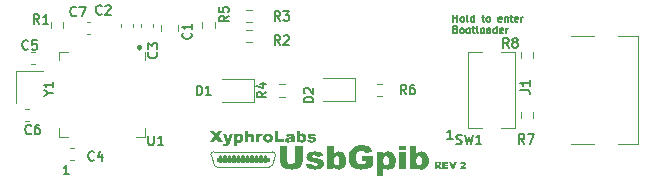
<source format=gbr>
%TF.GenerationSoftware,KiCad,Pcbnew,8.0.4*%
%TF.CreationDate,2024-08-03T15:01:38-07:00*%
%TF.ProjectId,xyp-gpib,7879702d-6770-4696-922e-6b696361645f,2*%
%TF.SameCoordinates,Original*%
%TF.FileFunction,Legend,Top*%
%TF.FilePolarity,Positive*%
%FSLAX46Y46*%
G04 Gerber Fmt 4.6, Leading zero omitted, Abs format (unit mm)*
G04 Created by KiCad (PCBNEW 8.0.4) date 2024-08-03 15:01:38*
%MOMM*%
%LPD*%
G01*
G04 APERTURE LIST*
%ADD10C,0.150000*%
%ADD11C,0.120000*%
%ADD12C,0.200000*%
%ADD13C,0.250000*%
G04 APERTURE END LIST*
D10*
X200339988Y-88190605D02*
X200466988Y-88190605D01*
X200466988Y-88698605D01*
X200339988Y-88698605D01*
X200339988Y-88190605D01*
X200720988Y-88190605D02*
X200847988Y-88190605D01*
X200847988Y-88698605D01*
X200720988Y-88698605D01*
X200720988Y-88190605D01*
D11*
X198561988Y-89079605D02*
X203006988Y-89079605D01*
X198561988Y-89079605D02*
G75*
G02*
X198334810Y-88939193I12J254005D01*
G01*
D10*
X201863988Y-88190605D02*
X201990988Y-88190605D01*
X201990988Y-88698605D01*
X201863988Y-88698605D01*
X201863988Y-88190605D01*
D11*
X198561988Y-88317605D02*
X203006988Y-88317605D01*
X203006988Y-88571605D01*
X198561988Y-88571605D01*
X198561988Y-88317605D01*
G36*
X198561988Y-88317605D02*
G01*
X203006988Y-88317605D01*
X203006988Y-88571605D01*
X198561988Y-88571605D01*
X198561988Y-88317605D01*
G37*
X203274395Y-87809605D02*
G75*
G02*
X203528395Y-88063605I5J-253995D01*
G01*
D10*
X199196988Y-88190605D02*
X199323988Y-88190605D01*
X199323988Y-88698605D01*
X199196988Y-88698605D01*
X199196988Y-88190605D01*
X201101988Y-88190605D02*
X201228988Y-88190605D01*
X201228988Y-88698605D01*
X201101988Y-88698605D01*
X201101988Y-88190605D01*
X201482988Y-88190605D02*
X201609988Y-88190605D01*
X201609988Y-88698605D01*
X201482988Y-88698605D01*
X201482988Y-88190605D01*
D12*
X192024001Y-78867000D02*
X192024001Y-78867000D01*
X192024001Y-78867000D01*
X192024001Y-78867000D01*
X192024001Y-78867000D01*
X192024001Y-78867000D01*
X192024001Y-78867001D01*
X192024001Y-78867001D01*
X192024001Y-78867001D01*
X192024001Y-78867001D01*
X192024001Y-78867001D01*
X192024001Y-78867001D01*
X192024001Y-78867001D01*
X192024000Y-78867001D01*
X192024000Y-78867001D01*
X192024000Y-78867001D01*
X192024000Y-78867001D01*
X192024000Y-78867001D01*
X192024000Y-78867001D01*
X192024000Y-78867001D01*
X192024000Y-78867001D01*
X192024000Y-78867001D01*
X192024000Y-78867001D01*
X192024000Y-78867001D01*
X192024000Y-78867001D01*
X192023999Y-78867001D01*
X192023999Y-78867001D01*
X192023999Y-78867001D01*
X192023999Y-78867001D01*
X192023999Y-78867001D01*
X192023999Y-78867001D01*
X192023999Y-78867000D01*
X192023999Y-78867000D01*
X192023999Y-78867000D01*
X192023999Y-78867000D01*
X192023999Y-78867000D01*
X192023999Y-78867000D01*
X192023999Y-78867000D02*
X192023999Y-78867000D01*
X192023999Y-78867000D01*
X192023999Y-78867000D01*
X192023999Y-78867000D01*
X192023999Y-78867000D01*
X192023999Y-78867000D01*
X192023999Y-78866999D01*
X192023999Y-78866999D01*
X192023999Y-78866999D01*
X192023999Y-78866999D01*
X192023999Y-78866999D01*
X192024000Y-78866999D01*
X192024000Y-78866999D01*
X192024000Y-78866999D01*
X192024000Y-78866999D01*
X192024000Y-78866999D01*
X192024000Y-78866999D01*
X192024000Y-78866999D01*
X192024000Y-78866999D01*
X192024000Y-78866999D01*
X192024000Y-78866999D01*
X192024000Y-78866999D01*
X192024000Y-78866999D01*
X192024001Y-78866999D01*
X192024001Y-78866999D01*
X192024001Y-78866999D01*
X192024001Y-78866999D01*
X192024001Y-78866999D01*
X192024001Y-78866999D01*
X192024001Y-78867000D01*
X192024001Y-78867000D01*
X192024001Y-78867000D01*
X192024001Y-78867000D01*
X192024001Y-78867000D01*
X192024001Y-78867000D01*
X192024001Y-78867000D01*
D10*
X199958988Y-88190605D02*
X200085988Y-88190605D01*
X200085988Y-88698605D01*
X199958988Y-88698605D01*
X199958988Y-88190605D01*
X198815988Y-88190605D02*
X198942988Y-88190605D01*
X198942988Y-88698605D01*
X198815988Y-88698605D01*
X198815988Y-88190605D01*
D11*
X203234173Y-88939197D02*
G75*
G02*
X203006988Y-89079592I-227173J113597D01*
G01*
D10*
X202244988Y-88190605D02*
X202371988Y-88190605D01*
X202371988Y-88698605D01*
X202244988Y-88698605D01*
X202244988Y-88190605D01*
D11*
X198053988Y-88063605D02*
X198334803Y-88939197D01*
D10*
X202625988Y-88190605D02*
X202752988Y-88190605D01*
X202752988Y-88698605D01*
X202625988Y-88698605D01*
X202625988Y-88190605D01*
D13*
X192151000Y-78994000D02*
G75*
G02*
X191897000Y-78994000I-127000J0D01*
G01*
X191897000Y-78994000D02*
G75*
G02*
X192151000Y-78994000I127000J0D01*
G01*
D11*
X198053988Y-88063605D02*
G75*
G02*
X198307988Y-87809588I254012J5D01*
G01*
X203234173Y-88939197D02*
X203528395Y-88063605D01*
D10*
X199577988Y-88190605D02*
X199704988Y-88190605D01*
X199704988Y-88698605D01*
X199577988Y-88698605D01*
X199577988Y-88190605D01*
D11*
X203260988Y-87809605D02*
X198307988Y-87809605D01*
D10*
G36*
X205224748Y-87270362D02*
G01*
X205845613Y-87270362D01*
X205845613Y-88460802D01*
X205841208Y-88558724D01*
X205825981Y-88663901D01*
X205799877Y-88765262D01*
X205789926Y-88794926D01*
X205748967Y-88889417D01*
X205695701Y-88976276D01*
X205630128Y-89055503D01*
X205615536Y-89070432D01*
X205540202Y-89137141D01*
X205454691Y-89194652D01*
X205366408Y-89235540D01*
X205271032Y-89264819D01*
X205166618Y-89285732D01*
X205067843Y-89297169D01*
X204962148Y-89302201D01*
X204930679Y-89302463D01*
X204826419Y-89300038D01*
X204726126Y-89293627D01*
X204620587Y-89283208D01*
X204609744Y-89281946D01*
X204506895Y-89265212D01*
X204406544Y-89237768D01*
X204319584Y-89200858D01*
X204234770Y-89148284D01*
X204155452Y-89081423D01*
X204105627Y-89028911D01*
X204046347Y-88951197D01*
X203998136Y-88864574D01*
X203973247Y-88798345D01*
X203945384Y-88694623D01*
X203926639Y-88597778D01*
X203916507Y-88498240D01*
X203915606Y-88460802D01*
X203915606Y-87270362D01*
X204536471Y-87270362D01*
X204536471Y-88486691D01*
X204547265Y-88590433D01*
X204583661Y-88684382D01*
X204627818Y-88741681D01*
X204713727Y-88801141D01*
X204813779Y-88829122D01*
X204881342Y-88833516D01*
X204983635Y-88822838D01*
X205076531Y-88786831D01*
X205133401Y-88743146D01*
X205192544Y-88657225D01*
X205220376Y-88555731D01*
X205224748Y-88486691D01*
X205224748Y-87270362D01*
G37*
G36*
X206108907Y-88864779D02*
G01*
X206664315Y-88802253D01*
X206708366Y-88893040D01*
X206760058Y-88946357D01*
X206853634Y-88983718D01*
X206925166Y-88989832D01*
X207025306Y-88978108D01*
X207100044Y-88942937D01*
X207147916Y-88855010D01*
X207096163Y-88769944D01*
X207084901Y-88763663D01*
X206986343Y-88734434D01*
X206879396Y-88713224D01*
X206844078Y-88706999D01*
X206741152Y-88688537D01*
X206636874Y-88667563D01*
X206538536Y-88644337D01*
X206439612Y-88613698D01*
X206347274Y-88564157D01*
X206273756Y-88497559D01*
X206248614Y-88466664D01*
X206198326Y-88377368D01*
X206173675Y-88278560D01*
X206170944Y-88229748D01*
X206182691Y-88126571D01*
X206217931Y-88034659D01*
X206254475Y-87979643D01*
X206326352Y-87908065D01*
X206415950Y-87851599D01*
X206485529Y-87822351D01*
X206587205Y-87795045D01*
X206695435Y-87779117D01*
X206804940Y-87771836D01*
X206879737Y-87770571D01*
X206987505Y-87772558D01*
X207094583Y-87779695D01*
X207194536Y-87793927D01*
X207265152Y-87812093D01*
X207359508Y-87853407D01*
X207440158Y-87909878D01*
X207472759Y-87941053D01*
X207535636Y-88021939D01*
X207585518Y-88114778D01*
X207611000Y-88176992D01*
X207080505Y-88208255D01*
X207023283Y-88128273D01*
X207011628Y-88120816D01*
X206918511Y-88088492D01*
X206852382Y-88083202D01*
X206753960Y-88096178D01*
X206714140Y-88116419D01*
X206671154Y-88196531D01*
X206726353Y-88276154D01*
X206821016Y-88303184D01*
X206921205Y-88319057D01*
X206965222Y-88324514D01*
X207064787Y-88336948D01*
X207168228Y-88353711D01*
X207269672Y-88375845D01*
X207371319Y-88407978D01*
X207379946Y-88411465D01*
X207473095Y-88460031D01*
X207553540Y-88527993D01*
X207588041Y-88571200D01*
X207634850Y-88658727D01*
X207658572Y-88760561D01*
X207660337Y-88798834D01*
X207647761Y-88899707D01*
X207610031Y-88998323D01*
X207584133Y-89043077D01*
X207521296Y-89118970D01*
X207437563Y-89183434D01*
X207343310Y-89232121D01*
X207241597Y-89266124D01*
X207135420Y-89287007D01*
X207030343Y-89298066D01*
X206931236Y-89302188D01*
X206896346Y-89302463D01*
X206776941Y-89299684D01*
X206668770Y-89291348D01*
X206571834Y-89277454D01*
X206470340Y-89253446D01*
X206372376Y-89215321D01*
X206326283Y-89188645D01*
X206249133Y-89125722D01*
X206180512Y-89040556D01*
X206135671Y-88952071D01*
X206108907Y-88864779D01*
G37*
G36*
X208485390Y-87928352D02*
G01*
X208562874Y-87866776D01*
X208649147Y-87820534D01*
X208675411Y-87810139D01*
X208772984Y-87783091D01*
X208871457Y-87771537D01*
X208911349Y-87770571D01*
X209023428Y-87779781D01*
X209126718Y-87807410D01*
X209221219Y-87853459D01*
X209306931Y-87917926D01*
X209351963Y-87963035D01*
X209411228Y-88041116D01*
X209458232Y-88131013D01*
X209492973Y-88232725D01*
X209515453Y-88346252D01*
X209524820Y-88449883D01*
X209526353Y-88516001D01*
X209522543Y-88618222D01*
X209508857Y-88728406D01*
X209485219Y-88831507D01*
X209451628Y-88927525D01*
X209446729Y-88939029D01*
X209397073Y-89034491D01*
X209337679Y-89115348D01*
X209260265Y-89188058D01*
X209225934Y-89212093D01*
X209135001Y-89259749D01*
X209038058Y-89289754D01*
X208935104Y-89302110D01*
X208913792Y-89302463D01*
X208815649Y-89295594D01*
X208715300Y-89272433D01*
X208644636Y-89244333D01*
X208560767Y-89189435D01*
X208483968Y-89118269D01*
X208443868Y-89074340D01*
X208443868Y-89271200D01*
X207920700Y-89271200D01*
X207920700Y-88527236D01*
X208480993Y-88527236D01*
X208485420Y-88625482D01*
X208503404Y-88727855D01*
X208543247Y-88820728D01*
X208551824Y-88833028D01*
X208626492Y-88900698D01*
X208724357Y-88927214D01*
X208731098Y-88927306D01*
X208828397Y-88901111D01*
X208899137Y-88834493D01*
X208943416Y-88737806D01*
X208962115Y-88635014D01*
X208967458Y-88534989D01*
X208967525Y-88521374D01*
X208962231Y-88420442D01*
X208941383Y-88319225D01*
X208900602Y-88236587D01*
X208827085Y-88168443D01*
X208739402Y-88145728D01*
X208641471Y-88166551D01*
X208562002Y-88229019D01*
X208552801Y-88240495D01*
X208506308Y-88333300D01*
X208485481Y-88437141D01*
X208480993Y-88527236D01*
X207920700Y-88527236D01*
X207920700Y-87270362D01*
X208485390Y-87270362D01*
X208485390Y-87928352D01*
G37*
G36*
X210833540Y-88614675D02*
G01*
X210833540Y-88145728D01*
X211794880Y-88145728D01*
X211794880Y-88957592D01*
X211710182Y-89017054D01*
X211612638Y-89080161D01*
X211519558Y-89134268D01*
X211430944Y-89179377D01*
X211333204Y-89220630D01*
X211306394Y-89230167D01*
X211209833Y-89258337D01*
X211105652Y-89279588D01*
X210993850Y-89293920D01*
X210891955Y-89300698D01*
X210802766Y-89302463D01*
X210693951Y-89299505D01*
X210591601Y-89290632D01*
X210477312Y-89272176D01*
X210372332Y-89245203D01*
X210276659Y-89209711D01*
X210218048Y-89181318D01*
X210124152Y-89122661D01*
X210039932Y-89052690D01*
X209965390Y-88971406D01*
X209900525Y-88878808D01*
X209867804Y-88820816D01*
X209825638Y-88728400D01*
X209792196Y-88631039D01*
X209767478Y-88528732D01*
X209751483Y-88421479D01*
X209744213Y-88309280D01*
X209743729Y-88270781D01*
X209747044Y-88170744D01*
X209759775Y-88056209D01*
X209782055Y-87947685D01*
X209813883Y-87845172D01*
X209855259Y-87748669D01*
X209879528Y-87702672D01*
X209935066Y-87616101D01*
X209999466Y-87537739D01*
X210072728Y-87467586D01*
X210154851Y-87405642D01*
X210245835Y-87351907D01*
X210278132Y-87335819D01*
X210374456Y-87298132D01*
X210484338Y-87269702D01*
X210589313Y-87252700D01*
X210704248Y-87242499D01*
X210807636Y-87239193D01*
X210829144Y-87239099D01*
X210929303Y-87240626D01*
X211038662Y-87246487D01*
X211136207Y-87256746D01*
X211235076Y-87274270D01*
X211328376Y-87301625D01*
X211426341Y-87347173D01*
X211513238Y-87406268D01*
X211589067Y-87478911D01*
X211602905Y-87495066D01*
X211660165Y-87574269D01*
X211708848Y-87664601D01*
X211748952Y-87766061D01*
X211767525Y-87827236D01*
X211167176Y-87926887D01*
X211120994Y-87838459D01*
X211046653Y-87768269D01*
X211041147Y-87764710D01*
X210947523Y-87724037D01*
X210849019Y-87708931D01*
X210815466Y-87708045D01*
X210706905Y-87718594D01*
X210611482Y-87750240D01*
X210529196Y-87802984D01*
X210489158Y-87841402D01*
X210430361Y-87928702D01*
X210394251Y-88026934D01*
X210375127Y-88128815D01*
X210368000Y-88227973D01*
X210367525Y-88263454D01*
X210371853Y-88372493D01*
X210387841Y-88484077D01*
X210415610Y-88578832D01*
X210461772Y-88666515D01*
X210490623Y-88702114D01*
X210567517Y-88765634D01*
X210659712Y-88808365D01*
X210767208Y-88830308D01*
X210833540Y-88833516D01*
X210935267Y-88828387D01*
X211032354Y-88813000D01*
X211127559Y-88787433D01*
X211227069Y-88752144D01*
X211249730Y-88743146D01*
X211249730Y-88614675D01*
X210833540Y-88614675D01*
G37*
G36*
X213215916Y-87778488D02*
G01*
X213311628Y-87802239D01*
X213411485Y-87849960D01*
X213498627Y-87919233D01*
X213563198Y-87995763D01*
X213617649Y-88083771D01*
X213660834Y-88179266D01*
X213692754Y-88282249D01*
X213713408Y-88392719D01*
X213722013Y-88490497D01*
X213723422Y-88551660D01*
X213719164Y-88661763D01*
X213706391Y-88763398D01*
X213679824Y-88874183D01*
X213640995Y-88972775D01*
X213589905Y-89059174D01*
X213549032Y-89109999D01*
X213468342Y-89184992D01*
X213378864Y-89241566D01*
X213280596Y-89279720D01*
X213173539Y-89299455D01*
X213108418Y-89302463D01*
X213007030Y-89295932D01*
X212906318Y-89274294D01*
X212872480Y-89262895D01*
X212783695Y-89220981D01*
X212703700Y-89164481D01*
X212682459Y-89145659D01*
X212682459Y-89833935D01*
X212117769Y-89833935D01*
X212117769Y-88544821D01*
X212678062Y-88544821D01*
X212683820Y-88646260D01*
X212706494Y-88748726D01*
X212750847Y-88833516D01*
X212827561Y-88900836D01*
X212928083Y-88927214D01*
X212935006Y-88927306D01*
X213029848Y-88901939D01*
X213098648Y-88837424D01*
X213141346Y-88743280D01*
X213159378Y-88642663D01*
X213164530Y-88544515D01*
X213164594Y-88531144D01*
X213159146Y-88427657D01*
X213137689Y-88323843D01*
X213095718Y-88239029D01*
X213019636Y-88169054D01*
X212928167Y-88145728D01*
X212829981Y-88169298D01*
X212753904Y-88234206D01*
X212749381Y-88240006D01*
X212703205Y-88335559D01*
X212683704Y-88435393D01*
X212678062Y-88544821D01*
X212117769Y-88544821D01*
X212117769Y-87801835D01*
X212640937Y-87801835D01*
X212640937Y-87998206D01*
X212713415Y-87922092D01*
X212793711Y-87856698D01*
X212840240Y-87829678D01*
X212935540Y-87793660D01*
X213038259Y-87774266D01*
X213110861Y-87770571D01*
X213215916Y-87778488D01*
G37*
G36*
X214001370Y-87270362D02*
G01*
X214560686Y-87270362D01*
X214560686Y-87645519D01*
X214001370Y-87645519D01*
X214001370Y-87270362D01*
G37*
G36*
X214001370Y-87801835D02*
G01*
X214560686Y-87801835D01*
X214560686Y-89271200D01*
X214001370Y-89271200D01*
X214001370Y-87801835D01*
G37*
G36*
X215480505Y-87928352D02*
G01*
X215557989Y-87866776D01*
X215644262Y-87820534D01*
X215670526Y-87810139D01*
X215768099Y-87783091D01*
X215866572Y-87771537D01*
X215906464Y-87770571D01*
X216018543Y-87779781D01*
X216121833Y-87807410D01*
X216216334Y-87853459D01*
X216302046Y-87917926D01*
X216347078Y-87963035D01*
X216406344Y-88041116D01*
X216453347Y-88131013D01*
X216488089Y-88232725D01*
X216510568Y-88346252D01*
X216519935Y-88449883D01*
X216521468Y-88516001D01*
X216517658Y-88618222D01*
X216503972Y-88728406D01*
X216480334Y-88831507D01*
X216446743Y-88927525D01*
X216441845Y-88939029D01*
X216392188Y-89034491D01*
X216332794Y-89115348D01*
X216255380Y-89188058D01*
X216221049Y-89212093D01*
X216130116Y-89259749D01*
X216033173Y-89289754D01*
X215930219Y-89302110D01*
X215908907Y-89302463D01*
X215810764Y-89295594D01*
X215710415Y-89272433D01*
X215639751Y-89244333D01*
X215555882Y-89189435D01*
X215479083Y-89118269D01*
X215438983Y-89074340D01*
X215438983Y-89271200D01*
X214915815Y-89271200D01*
X214915815Y-88527236D01*
X215476108Y-88527236D01*
X215480535Y-88625482D01*
X215498520Y-88727855D01*
X215538362Y-88820728D01*
X215546939Y-88833028D01*
X215621607Y-88900698D01*
X215719472Y-88927214D01*
X215726213Y-88927306D01*
X215823512Y-88901111D01*
X215894252Y-88834493D01*
X215938531Y-88737806D01*
X215957231Y-88635014D01*
X215962573Y-88534989D01*
X215962640Y-88521374D01*
X215957346Y-88420442D01*
X215936498Y-88319225D01*
X215895718Y-88236587D01*
X215822200Y-88168443D01*
X215734517Y-88145728D01*
X215636586Y-88166551D01*
X215557117Y-88229019D01*
X215547916Y-88240495D01*
X215501423Y-88333300D01*
X215480596Y-88437141D01*
X215476108Y-88527236D01*
X214915815Y-88527236D01*
X214915815Y-87270362D01*
X215480505Y-87270362D01*
X215480505Y-87928352D01*
G37*
X186077407Y-89708695D02*
X185620264Y-89708695D01*
X185848836Y-89708695D02*
X185848836Y-88908695D01*
X185848836Y-88908695D02*
X185772645Y-89022980D01*
X185772645Y-89022980D02*
X185696455Y-89099171D01*
X185696455Y-89099171D02*
X185620264Y-89137266D01*
X218605341Y-76778405D02*
X218605341Y-76178405D01*
X218605341Y-76464119D02*
X218948198Y-76464119D01*
X218948198Y-76778405D02*
X218948198Y-76178405D01*
X219319626Y-76778405D02*
X219262483Y-76749834D01*
X219262483Y-76749834D02*
X219233912Y-76721262D01*
X219233912Y-76721262D02*
X219205340Y-76664119D01*
X219205340Y-76664119D02*
X219205340Y-76492691D01*
X219205340Y-76492691D02*
X219233912Y-76435548D01*
X219233912Y-76435548D02*
X219262483Y-76406976D01*
X219262483Y-76406976D02*
X219319626Y-76378405D01*
X219319626Y-76378405D02*
X219405340Y-76378405D01*
X219405340Y-76378405D02*
X219462483Y-76406976D01*
X219462483Y-76406976D02*
X219491055Y-76435548D01*
X219491055Y-76435548D02*
X219519626Y-76492691D01*
X219519626Y-76492691D02*
X219519626Y-76664119D01*
X219519626Y-76664119D02*
X219491055Y-76721262D01*
X219491055Y-76721262D02*
X219462483Y-76749834D01*
X219462483Y-76749834D02*
X219405340Y-76778405D01*
X219405340Y-76778405D02*
X219319626Y-76778405D01*
X219862483Y-76778405D02*
X219805340Y-76749834D01*
X219805340Y-76749834D02*
X219776769Y-76692691D01*
X219776769Y-76692691D02*
X219776769Y-76178405D01*
X220348198Y-76778405D02*
X220348198Y-76178405D01*
X220348198Y-76749834D02*
X220291055Y-76778405D01*
X220291055Y-76778405D02*
X220176769Y-76778405D01*
X220176769Y-76778405D02*
X220119626Y-76749834D01*
X220119626Y-76749834D02*
X220091055Y-76721262D01*
X220091055Y-76721262D02*
X220062483Y-76664119D01*
X220062483Y-76664119D02*
X220062483Y-76492691D01*
X220062483Y-76492691D02*
X220091055Y-76435548D01*
X220091055Y-76435548D02*
X220119626Y-76406976D01*
X220119626Y-76406976D02*
X220176769Y-76378405D01*
X220176769Y-76378405D02*
X220291055Y-76378405D01*
X220291055Y-76378405D02*
X220348198Y-76406976D01*
X221005340Y-76378405D02*
X221233912Y-76378405D01*
X221091055Y-76178405D02*
X221091055Y-76692691D01*
X221091055Y-76692691D02*
X221119626Y-76749834D01*
X221119626Y-76749834D02*
X221176769Y-76778405D01*
X221176769Y-76778405D02*
X221233912Y-76778405D01*
X221519626Y-76778405D02*
X221462483Y-76749834D01*
X221462483Y-76749834D02*
X221433912Y-76721262D01*
X221433912Y-76721262D02*
X221405340Y-76664119D01*
X221405340Y-76664119D02*
X221405340Y-76492691D01*
X221405340Y-76492691D02*
X221433912Y-76435548D01*
X221433912Y-76435548D02*
X221462483Y-76406976D01*
X221462483Y-76406976D02*
X221519626Y-76378405D01*
X221519626Y-76378405D02*
X221605340Y-76378405D01*
X221605340Y-76378405D02*
X221662483Y-76406976D01*
X221662483Y-76406976D02*
X221691055Y-76435548D01*
X221691055Y-76435548D02*
X221719626Y-76492691D01*
X221719626Y-76492691D02*
X221719626Y-76664119D01*
X221719626Y-76664119D02*
X221691055Y-76721262D01*
X221691055Y-76721262D02*
X221662483Y-76749834D01*
X221662483Y-76749834D02*
X221605340Y-76778405D01*
X221605340Y-76778405D02*
X221519626Y-76778405D01*
X222662483Y-76749834D02*
X222605340Y-76778405D01*
X222605340Y-76778405D02*
X222491055Y-76778405D01*
X222491055Y-76778405D02*
X222433912Y-76749834D01*
X222433912Y-76749834D02*
X222405340Y-76692691D01*
X222405340Y-76692691D02*
X222405340Y-76464119D01*
X222405340Y-76464119D02*
X222433912Y-76406976D01*
X222433912Y-76406976D02*
X222491055Y-76378405D01*
X222491055Y-76378405D02*
X222605340Y-76378405D01*
X222605340Y-76378405D02*
X222662483Y-76406976D01*
X222662483Y-76406976D02*
X222691055Y-76464119D01*
X222691055Y-76464119D02*
X222691055Y-76521262D01*
X222691055Y-76521262D02*
X222405340Y-76578405D01*
X222948198Y-76378405D02*
X222948198Y-76778405D01*
X222948198Y-76435548D02*
X222976769Y-76406976D01*
X222976769Y-76406976D02*
X223033912Y-76378405D01*
X223033912Y-76378405D02*
X223119626Y-76378405D01*
X223119626Y-76378405D02*
X223176769Y-76406976D01*
X223176769Y-76406976D02*
X223205341Y-76464119D01*
X223205341Y-76464119D02*
X223205341Y-76778405D01*
X223405340Y-76378405D02*
X223633912Y-76378405D01*
X223491055Y-76178405D02*
X223491055Y-76692691D01*
X223491055Y-76692691D02*
X223519626Y-76749834D01*
X223519626Y-76749834D02*
X223576769Y-76778405D01*
X223576769Y-76778405D02*
X223633912Y-76778405D01*
X224062483Y-76749834D02*
X224005340Y-76778405D01*
X224005340Y-76778405D02*
X223891055Y-76778405D01*
X223891055Y-76778405D02*
X223833912Y-76749834D01*
X223833912Y-76749834D02*
X223805340Y-76692691D01*
X223805340Y-76692691D02*
X223805340Y-76464119D01*
X223805340Y-76464119D02*
X223833912Y-76406976D01*
X223833912Y-76406976D02*
X223891055Y-76378405D01*
X223891055Y-76378405D02*
X224005340Y-76378405D01*
X224005340Y-76378405D02*
X224062483Y-76406976D01*
X224062483Y-76406976D02*
X224091055Y-76464119D01*
X224091055Y-76464119D02*
X224091055Y-76521262D01*
X224091055Y-76521262D02*
X223805340Y-76578405D01*
X224348198Y-76778405D02*
X224348198Y-76378405D01*
X224348198Y-76492691D02*
X224376769Y-76435548D01*
X224376769Y-76435548D02*
X224405341Y-76406976D01*
X224405341Y-76406976D02*
X224462483Y-76378405D01*
X224462483Y-76378405D02*
X224519626Y-76378405D01*
X218805341Y-77430085D02*
X218891055Y-77458657D01*
X218891055Y-77458657D02*
X218919626Y-77487228D01*
X218919626Y-77487228D02*
X218948198Y-77544371D01*
X218948198Y-77544371D02*
X218948198Y-77630085D01*
X218948198Y-77630085D02*
X218919626Y-77687228D01*
X218919626Y-77687228D02*
X218891055Y-77715800D01*
X218891055Y-77715800D02*
X218833912Y-77744371D01*
X218833912Y-77744371D02*
X218605341Y-77744371D01*
X218605341Y-77744371D02*
X218605341Y-77144371D01*
X218605341Y-77144371D02*
X218805341Y-77144371D01*
X218805341Y-77144371D02*
X218862484Y-77172942D01*
X218862484Y-77172942D02*
X218891055Y-77201514D01*
X218891055Y-77201514D02*
X218919626Y-77258657D01*
X218919626Y-77258657D02*
X218919626Y-77315800D01*
X218919626Y-77315800D02*
X218891055Y-77372942D01*
X218891055Y-77372942D02*
X218862484Y-77401514D01*
X218862484Y-77401514D02*
X218805341Y-77430085D01*
X218805341Y-77430085D02*
X218605341Y-77430085D01*
X219291055Y-77744371D02*
X219233912Y-77715800D01*
X219233912Y-77715800D02*
X219205341Y-77687228D01*
X219205341Y-77687228D02*
X219176769Y-77630085D01*
X219176769Y-77630085D02*
X219176769Y-77458657D01*
X219176769Y-77458657D02*
X219205341Y-77401514D01*
X219205341Y-77401514D02*
X219233912Y-77372942D01*
X219233912Y-77372942D02*
X219291055Y-77344371D01*
X219291055Y-77344371D02*
X219376769Y-77344371D01*
X219376769Y-77344371D02*
X219433912Y-77372942D01*
X219433912Y-77372942D02*
X219462484Y-77401514D01*
X219462484Y-77401514D02*
X219491055Y-77458657D01*
X219491055Y-77458657D02*
X219491055Y-77630085D01*
X219491055Y-77630085D02*
X219462484Y-77687228D01*
X219462484Y-77687228D02*
X219433912Y-77715800D01*
X219433912Y-77715800D02*
X219376769Y-77744371D01*
X219376769Y-77744371D02*
X219291055Y-77744371D01*
X219833912Y-77744371D02*
X219776769Y-77715800D01*
X219776769Y-77715800D02*
X219748198Y-77687228D01*
X219748198Y-77687228D02*
X219719626Y-77630085D01*
X219719626Y-77630085D02*
X219719626Y-77458657D01*
X219719626Y-77458657D02*
X219748198Y-77401514D01*
X219748198Y-77401514D02*
X219776769Y-77372942D01*
X219776769Y-77372942D02*
X219833912Y-77344371D01*
X219833912Y-77344371D02*
X219919626Y-77344371D01*
X219919626Y-77344371D02*
X219976769Y-77372942D01*
X219976769Y-77372942D02*
X220005341Y-77401514D01*
X220005341Y-77401514D02*
X220033912Y-77458657D01*
X220033912Y-77458657D02*
X220033912Y-77630085D01*
X220033912Y-77630085D02*
X220005341Y-77687228D01*
X220005341Y-77687228D02*
X219976769Y-77715800D01*
X219976769Y-77715800D02*
X219919626Y-77744371D01*
X219919626Y-77744371D02*
X219833912Y-77744371D01*
X220205340Y-77344371D02*
X220433912Y-77344371D01*
X220291055Y-77144371D02*
X220291055Y-77658657D01*
X220291055Y-77658657D02*
X220319626Y-77715800D01*
X220319626Y-77715800D02*
X220376769Y-77744371D01*
X220376769Y-77744371D02*
X220433912Y-77744371D01*
X220719626Y-77744371D02*
X220662483Y-77715800D01*
X220662483Y-77715800D02*
X220633912Y-77658657D01*
X220633912Y-77658657D02*
X220633912Y-77144371D01*
X221033912Y-77744371D02*
X220976769Y-77715800D01*
X220976769Y-77715800D02*
X220948198Y-77687228D01*
X220948198Y-77687228D02*
X220919626Y-77630085D01*
X220919626Y-77630085D02*
X220919626Y-77458657D01*
X220919626Y-77458657D02*
X220948198Y-77401514D01*
X220948198Y-77401514D02*
X220976769Y-77372942D01*
X220976769Y-77372942D02*
X221033912Y-77344371D01*
X221033912Y-77344371D02*
X221119626Y-77344371D01*
X221119626Y-77344371D02*
X221176769Y-77372942D01*
X221176769Y-77372942D02*
X221205341Y-77401514D01*
X221205341Y-77401514D02*
X221233912Y-77458657D01*
X221233912Y-77458657D02*
X221233912Y-77630085D01*
X221233912Y-77630085D02*
X221205341Y-77687228D01*
X221205341Y-77687228D02*
X221176769Y-77715800D01*
X221176769Y-77715800D02*
X221119626Y-77744371D01*
X221119626Y-77744371D02*
X221033912Y-77744371D01*
X221748198Y-77744371D02*
X221748198Y-77430085D01*
X221748198Y-77430085D02*
X221719626Y-77372942D01*
X221719626Y-77372942D02*
X221662483Y-77344371D01*
X221662483Y-77344371D02*
X221548198Y-77344371D01*
X221548198Y-77344371D02*
X221491055Y-77372942D01*
X221748198Y-77715800D02*
X221691055Y-77744371D01*
X221691055Y-77744371D02*
X221548198Y-77744371D01*
X221548198Y-77744371D02*
X221491055Y-77715800D01*
X221491055Y-77715800D02*
X221462483Y-77658657D01*
X221462483Y-77658657D02*
X221462483Y-77601514D01*
X221462483Y-77601514D02*
X221491055Y-77544371D01*
X221491055Y-77544371D02*
X221548198Y-77515800D01*
X221548198Y-77515800D02*
X221691055Y-77515800D01*
X221691055Y-77515800D02*
X221748198Y-77487228D01*
X222291055Y-77744371D02*
X222291055Y-77144371D01*
X222291055Y-77715800D02*
X222233912Y-77744371D01*
X222233912Y-77744371D02*
X222119626Y-77744371D01*
X222119626Y-77744371D02*
X222062483Y-77715800D01*
X222062483Y-77715800D02*
X222033912Y-77687228D01*
X222033912Y-77687228D02*
X222005340Y-77630085D01*
X222005340Y-77630085D02*
X222005340Y-77458657D01*
X222005340Y-77458657D02*
X222033912Y-77401514D01*
X222033912Y-77401514D02*
X222062483Y-77372942D01*
X222062483Y-77372942D02*
X222119626Y-77344371D01*
X222119626Y-77344371D02*
X222233912Y-77344371D01*
X222233912Y-77344371D02*
X222291055Y-77372942D01*
X222805340Y-77715800D02*
X222748197Y-77744371D01*
X222748197Y-77744371D02*
X222633912Y-77744371D01*
X222633912Y-77744371D02*
X222576769Y-77715800D01*
X222576769Y-77715800D02*
X222548197Y-77658657D01*
X222548197Y-77658657D02*
X222548197Y-77430085D01*
X222548197Y-77430085D02*
X222576769Y-77372942D01*
X222576769Y-77372942D02*
X222633912Y-77344371D01*
X222633912Y-77344371D02*
X222748197Y-77344371D01*
X222748197Y-77344371D02*
X222805340Y-77372942D01*
X222805340Y-77372942D02*
X222833912Y-77430085D01*
X222833912Y-77430085D02*
X222833912Y-77487228D01*
X222833912Y-77487228D02*
X222548197Y-77544371D01*
X223091055Y-77744371D02*
X223091055Y-77344371D01*
X223091055Y-77458657D02*
X223119626Y-77401514D01*
X223119626Y-77401514D02*
X223148198Y-77372942D01*
X223148198Y-77372942D02*
X223205340Y-77344371D01*
X223205340Y-77344371D02*
X223262483Y-77344371D01*
X218564007Y-86736895D02*
X218106864Y-86736895D01*
X218335436Y-86736895D02*
X218335436Y-85936895D01*
X218335436Y-85936895D02*
X218259245Y-86051180D01*
X218259245Y-86051180D02*
X218183055Y-86127371D01*
X218183055Y-86127371D02*
X218106864Y-86165466D01*
G36*
X198026705Y-86002381D02*
G01*
X198369378Y-86002381D01*
X198548163Y-86310127D01*
X198721087Y-86002381D01*
X199060585Y-86002381D01*
X198747221Y-86486959D01*
X199090138Y-87002800D01*
X198740383Y-87002800D01*
X198541813Y-86681376D01*
X198342755Y-87002800D01*
X197994953Y-87002800D01*
X198342755Y-86481341D01*
X198026705Y-86002381D01*
G37*
G36*
X199084765Y-86268117D02*
G01*
X199380055Y-86268117D01*
X199530508Y-86757335D01*
X199669971Y-86268117D01*
X199945477Y-86268117D01*
X199656293Y-87053114D01*
X199637640Y-87100166D01*
X199615726Y-87147354D01*
X199590482Y-87191123D01*
X199558625Y-87230593D01*
X199555421Y-87233609D01*
X199514159Y-87262567D01*
X199463403Y-87283251D01*
X199411202Y-87294563D01*
X199360672Y-87299217D01*
X199333404Y-87299799D01*
X199284107Y-87297894D01*
X199232139Y-87293502D01*
X199177154Y-87287457D01*
X199146558Y-87283679D01*
X199124577Y-87091948D01*
X199175891Y-87105074D01*
X199227336Y-87111250D01*
X199259154Y-87112220D01*
X199308906Y-87104956D01*
X199339266Y-87089261D01*
X199372249Y-87049168D01*
X199391046Y-87006952D01*
X199084765Y-86268117D01*
G37*
G36*
X200571242Y-86256444D02*
G01*
X200619099Y-86268319D01*
X200669027Y-86292180D01*
X200712598Y-86326816D01*
X200744884Y-86365081D01*
X200772109Y-86409085D01*
X200793702Y-86456833D01*
X200809661Y-86508324D01*
X200819988Y-86563559D01*
X200824291Y-86612448D01*
X200824995Y-86643030D01*
X200822867Y-86698081D01*
X200816480Y-86748899D01*
X200803197Y-86804291D01*
X200783782Y-86853587D01*
X200758237Y-86896787D01*
X200737801Y-86922199D01*
X200697456Y-86959696D01*
X200652716Y-86987983D01*
X200603582Y-87007060D01*
X200550054Y-87016927D01*
X200517494Y-87018431D01*
X200466800Y-87015166D01*
X200416444Y-87004347D01*
X200399524Y-86998647D01*
X200355132Y-86977690D01*
X200315135Y-86949440D01*
X200304514Y-86940029D01*
X200304514Y-87284167D01*
X200022169Y-87284167D01*
X200022169Y-86639610D01*
X200302316Y-86639610D01*
X200305194Y-86690330D01*
X200316531Y-86741563D01*
X200338708Y-86783958D01*
X200377065Y-86817618D01*
X200427326Y-86830807D01*
X200430787Y-86830853D01*
X200478208Y-86818169D01*
X200512609Y-86785912D01*
X200533957Y-86738840D01*
X200542973Y-86688531D01*
X200545549Y-86639457D01*
X200545581Y-86632772D01*
X200542857Y-86581028D01*
X200532129Y-86529121D01*
X200511143Y-86486714D01*
X200473102Y-86451727D01*
X200427368Y-86440064D01*
X200378275Y-86451849D01*
X200340236Y-86484303D01*
X200337975Y-86487203D01*
X200314887Y-86534979D01*
X200305136Y-86584896D01*
X200302316Y-86639610D01*
X200022169Y-86639610D01*
X200022169Y-86268117D01*
X200283753Y-86268117D01*
X200283753Y-86366303D01*
X200319992Y-86328246D01*
X200360140Y-86295549D01*
X200383404Y-86282039D01*
X200431054Y-86264030D01*
X200482414Y-86254333D01*
X200518715Y-86252485D01*
X200571242Y-86256444D01*
G37*
G36*
X200953711Y-86002381D02*
G01*
X201233369Y-86002381D01*
X201233369Y-86364593D01*
X201268866Y-86330251D01*
X201307746Y-86300244D01*
X201346454Y-86278375D01*
X201395681Y-86261613D01*
X201447132Y-86253724D01*
X201479810Y-86252485D01*
X201533803Y-86256851D01*
X201581721Y-86269949D01*
X201628366Y-86295121D01*
X201659329Y-86322339D01*
X201691089Y-86367425D01*
X201710594Y-86417461D01*
X201720924Y-86468930D01*
X201724774Y-86518759D01*
X201725030Y-86536540D01*
X201725030Y-87002800D01*
X201444151Y-87002800D01*
X201444151Y-86598089D01*
X201439959Y-86548462D01*
X201420312Y-86501974D01*
X201418750Y-86500148D01*
X201376575Y-86474733D01*
X201347431Y-86471327D01*
X201298830Y-86482287D01*
X201264877Y-86510162D01*
X201243338Y-86555923D01*
X201234877Y-86608407D01*
X201233369Y-86649380D01*
X201233369Y-87002800D01*
X200953711Y-87002800D01*
X200953711Y-86002381D01*
G37*
G36*
X201889406Y-86268117D02*
G01*
X202151234Y-86268117D01*
X202151234Y-86389261D01*
X202175110Y-86345183D01*
X202204327Y-86304883D01*
X202229147Y-86281795D01*
X202273966Y-86259813D01*
X202324634Y-86252514D01*
X202328310Y-86252485D01*
X202380452Y-86258733D01*
X202427595Y-86273780D01*
X202463621Y-86290343D01*
X202377159Y-86492088D01*
X202330528Y-86475889D01*
X202299001Y-86471327D01*
X202250213Y-86482745D01*
X202213760Y-86517000D01*
X202192862Y-86561864D01*
X202180028Y-86616631D01*
X202173949Y-86666903D01*
X202170909Y-86725058D01*
X202170529Y-86757091D01*
X202170529Y-87002800D01*
X201889406Y-87002800D01*
X201889406Y-86268117D01*
G37*
G36*
X202966368Y-86254481D02*
G01*
X203016113Y-86260469D01*
X203073583Y-86273567D01*
X203125817Y-86292903D01*
X203172816Y-86318476D01*
X203214580Y-86350286D01*
X203244221Y-86380224D01*
X203274849Y-86420459D01*
X203299141Y-86464042D01*
X203317096Y-86510974D01*
X203328713Y-86561254D01*
X203333994Y-86614884D01*
X203334346Y-86633504D01*
X203331621Y-86684831D01*
X203323446Y-86733176D01*
X203306442Y-86787255D01*
X203281589Y-86837041D01*
X203248888Y-86882533D01*
X203222727Y-86910476D01*
X203177856Y-86947164D01*
X203126957Y-86976261D01*
X203079937Y-86994710D01*
X203028731Y-87007889D01*
X202973338Y-87015795D01*
X202913760Y-87018431D01*
X202860451Y-87016243D01*
X202810434Y-87009677D01*
X202754758Y-86996022D01*
X202703822Y-86976063D01*
X202657626Y-86949803D01*
X202629461Y-86928794D01*
X202591043Y-86892378D01*
X202559137Y-86852587D01*
X202533742Y-86809421D01*
X202514858Y-86762881D01*
X202502486Y-86712965D01*
X202496626Y-86659674D01*
X202496105Y-86637412D01*
X202496224Y-86635214D01*
X202776496Y-86635214D01*
X202779606Y-86687290D01*
X202790359Y-86735499D01*
X202813399Y-86779938D01*
X202815819Y-86782981D01*
X202854320Y-86815706D01*
X202904184Y-86830432D01*
X202915226Y-86830853D01*
X202963899Y-86821830D01*
X203006918Y-86792138D01*
X203014388Y-86783714D01*
X203038053Y-86740322D01*
X203049430Y-86691884D01*
X203053185Y-86638746D01*
X203053223Y-86632283D01*
X203050112Y-86581545D01*
X203037862Y-86530235D01*
X203013900Y-86487691D01*
X202976153Y-86455134D01*
X202927824Y-86440483D01*
X202917180Y-86440064D01*
X202867819Y-86449320D01*
X202826592Y-86477090D01*
X202816307Y-86488424D01*
X202792047Y-86531621D01*
X202779645Y-86583709D01*
X202776496Y-86635214D01*
X202496224Y-86635214D01*
X202498854Y-86586490D01*
X202509410Y-86529177D01*
X202527882Y-86476002D01*
X202554272Y-86426967D01*
X202588579Y-86382070D01*
X202608701Y-86361174D01*
X202653789Y-86324237D01*
X202704425Y-86294942D01*
X202750859Y-86276367D01*
X202801144Y-86263100D01*
X202855282Y-86255139D01*
X202913272Y-86252485D01*
X202966368Y-86254481D01*
G37*
G36*
X203482113Y-86002381D02*
G01*
X203793279Y-86002381D01*
X203793279Y-86752695D01*
X204278833Y-86752695D01*
X204278833Y-87002800D01*
X203482113Y-87002800D01*
X203482113Y-86002381D01*
G37*
G36*
X204813871Y-86253163D02*
G01*
X204868242Y-86255598D01*
X204922001Y-86260454D01*
X204963202Y-86266652D01*
X205012730Y-86280027D01*
X205059847Y-86302914D01*
X205090452Y-86325758D01*
X205122326Y-86363311D01*
X205145331Y-86410383D01*
X205146628Y-86413930D01*
X205160820Y-86462743D01*
X205167206Y-86512864D01*
X205167389Y-86522618D01*
X205167389Y-86846728D01*
X205169398Y-86897870D01*
X205173739Y-86927817D01*
X205190080Y-86975852D01*
X205202316Y-87002800D01*
X204939999Y-87002800D01*
X204919238Y-86959324D01*
X204909713Y-86912185D01*
X204872018Y-86945074D01*
X204831094Y-86972854D01*
X204800536Y-86988145D01*
X204751793Y-87004116D01*
X204698374Y-87014172D01*
X204646300Y-87018165D01*
X204628101Y-87018431D01*
X204573948Y-87015649D01*
X204519444Y-87005658D01*
X204472816Y-86988401D01*
X204429775Y-86960301D01*
X204394098Y-86921299D01*
X204371634Y-86876953D01*
X204362385Y-86827265D01*
X204362120Y-86816686D01*
X204364608Y-86794460D01*
X204642511Y-86794460D01*
X204661367Y-86839642D01*
X204665470Y-86843309D01*
X204712135Y-86860940D01*
X204733125Y-86862116D01*
X204783520Y-86855624D01*
X204819831Y-86841599D01*
X204861047Y-86812519D01*
X204876984Y-86791774D01*
X204892191Y-86742710D01*
X204893837Y-86714837D01*
X204893837Y-86674537D01*
X204846197Y-86688934D01*
X204796945Y-86701960D01*
X204773669Y-86707510D01*
X204722484Y-86721528D01*
X204676591Y-86740365D01*
X204665958Y-86747810D01*
X204642603Y-86791216D01*
X204642511Y-86794460D01*
X204364608Y-86794460D01*
X204367892Y-86765125D01*
X204387355Y-86716513D01*
X204410969Y-86685284D01*
X204454168Y-86652970D01*
X204504067Y-86631169D01*
X204551934Y-86617097D01*
X204590976Y-86608592D01*
X204646071Y-86597787D01*
X204700516Y-86586809D01*
X204749773Y-86576409D01*
X204794919Y-86565849D01*
X204842973Y-86551744D01*
X204890576Y-86535082D01*
X204893837Y-86533853D01*
X204887114Y-86485218D01*
X204872588Y-86461069D01*
X204825261Y-86441725D01*
X204797605Y-86440064D01*
X204747485Y-86444014D01*
X204698973Y-86461101D01*
X204694535Y-86464000D01*
X204663905Y-86502458D01*
X204651304Y-86533853D01*
X204384102Y-86502590D01*
X204396071Y-86452950D01*
X204414236Y-86404405D01*
X204427577Y-86379980D01*
X204459895Y-86340532D01*
X204500033Y-86308555D01*
X204509887Y-86302311D01*
X204555500Y-86281123D01*
X204603260Y-86267954D01*
X204615644Y-86265430D01*
X204667714Y-86257542D01*
X204718099Y-86253509D01*
X204761213Y-86252485D01*
X204813871Y-86253163D01*
G37*
G36*
X205627054Y-86331376D02*
G01*
X205665796Y-86300588D01*
X205708933Y-86277467D01*
X205722064Y-86272269D01*
X205770851Y-86258745D01*
X205820088Y-86252968D01*
X205840034Y-86252485D01*
X205896073Y-86257090D01*
X205947718Y-86270905D01*
X205994969Y-86293929D01*
X206037825Y-86326163D01*
X206060341Y-86348717D01*
X206089973Y-86387758D01*
X206113475Y-86432706D01*
X206130846Y-86483562D01*
X206142086Y-86540326D01*
X206146769Y-86592141D01*
X206147535Y-86625200D01*
X206145630Y-86676311D01*
X206138788Y-86731403D01*
X206126969Y-86782953D01*
X206110173Y-86830962D01*
X206107724Y-86836714D01*
X206082896Y-86884445D01*
X206053199Y-86924874D01*
X206014492Y-86961229D01*
X205997326Y-86973246D01*
X205951860Y-86997074D01*
X205903388Y-87012077D01*
X205851911Y-87018255D01*
X205841255Y-87018431D01*
X205792184Y-87014997D01*
X205742009Y-87003416D01*
X205706677Y-86989366D01*
X205664743Y-86961917D01*
X205626343Y-86926334D01*
X205606293Y-86904370D01*
X205606293Y-87002800D01*
X205344709Y-87002800D01*
X205344709Y-86630818D01*
X205624856Y-86630818D01*
X205627069Y-86679941D01*
X205636061Y-86731127D01*
X205655982Y-86777564D01*
X205660271Y-86783714D01*
X205697605Y-86817549D01*
X205746538Y-86830807D01*
X205749908Y-86830853D01*
X205798558Y-86817755D01*
X205833928Y-86784446D01*
X205856067Y-86736103D01*
X205865417Y-86684707D01*
X205868088Y-86634694D01*
X205868122Y-86627887D01*
X205865475Y-86577421D01*
X205855051Y-86526812D01*
X205834660Y-86485493D01*
X205797902Y-86451421D01*
X205754060Y-86440064D01*
X205705095Y-86450475D01*
X205665360Y-86481709D01*
X205660759Y-86487447D01*
X205637513Y-86533850D01*
X205627100Y-86585770D01*
X205624856Y-86630818D01*
X205344709Y-86630818D01*
X205344709Y-86002381D01*
X205627054Y-86002381D01*
X205627054Y-86331376D01*
G37*
G36*
X206226670Y-86799589D02*
G01*
X206504374Y-86768326D01*
X206526400Y-86813720D01*
X206552246Y-86840378D01*
X206599034Y-86859059D01*
X206634800Y-86862116D01*
X206684870Y-86856254D01*
X206722239Y-86838668D01*
X206746175Y-86794705D01*
X206720298Y-86752172D01*
X206714667Y-86749031D01*
X206665388Y-86734417D01*
X206611915Y-86723812D01*
X206594256Y-86720699D01*
X206542793Y-86711468D01*
X206490654Y-86700981D01*
X206441485Y-86689368D01*
X206392023Y-86674049D01*
X206345854Y-86649278D01*
X206309095Y-86615979D01*
X206296524Y-86600532D01*
X206271380Y-86555884D01*
X206259054Y-86506480D01*
X206257689Y-86482074D01*
X206263562Y-86430485D01*
X206281182Y-86384529D01*
X206299454Y-86357021D01*
X206335393Y-86321232D01*
X206380192Y-86292999D01*
X206414981Y-86278375D01*
X206465819Y-86264722D01*
X206519934Y-86256758D01*
X206574687Y-86253118D01*
X206612085Y-86252485D01*
X206665969Y-86253479D01*
X206719508Y-86257047D01*
X206769485Y-86264163D01*
X206804793Y-86273246D01*
X206851971Y-86293903D01*
X206892296Y-86322139D01*
X206908596Y-86337726D01*
X206940035Y-86378169D01*
X206964976Y-86424589D01*
X206977717Y-86455696D01*
X206712469Y-86471327D01*
X206683858Y-86431336D01*
X206678031Y-86427608D01*
X206631472Y-86411446D01*
X206598408Y-86408801D01*
X206549197Y-86415289D01*
X206529287Y-86425409D01*
X206507794Y-86465465D01*
X206535393Y-86505277D01*
X206582725Y-86518792D01*
X206632819Y-86526728D01*
X206654828Y-86529457D01*
X206704610Y-86535674D01*
X206756331Y-86544055D01*
X206807053Y-86555122D01*
X206857876Y-86571189D01*
X206862190Y-86572932D01*
X206908764Y-86597215D01*
X206948987Y-86631196D01*
X206966237Y-86652800D01*
X206989642Y-86696563D01*
X207001503Y-86747480D01*
X207002385Y-86766617D01*
X206996097Y-86817053D01*
X206977232Y-86866361D01*
X206964284Y-86888738D01*
X206932865Y-86926685D01*
X206890998Y-86958917D01*
X206843872Y-86983260D01*
X206793015Y-87000262D01*
X206739927Y-87010703D01*
X206687388Y-87016233D01*
X206637835Y-87018294D01*
X206620390Y-87018431D01*
X206560687Y-87017042D01*
X206506602Y-87012874D01*
X206458134Y-87005927D01*
X206407387Y-86993923D01*
X206358405Y-86974860D01*
X206335358Y-86961522D01*
X206296783Y-86930061D01*
X206262473Y-86887478D01*
X206240052Y-86843235D01*
X206226670Y-86799589D01*
G37*
G36*
X217373290Y-88655469D02*
G01*
X217405871Y-88657391D01*
X217438315Y-88661323D01*
X217468705Y-88667957D01*
X217474580Y-88669749D01*
X217503919Y-88682820D01*
X217529067Y-88701882D01*
X217548293Y-88724411D01*
X217563131Y-88751027D01*
X217572473Y-88781049D01*
X217576182Y-88810980D01*
X217576430Y-88821571D01*
X217574326Y-88851458D01*
X217567152Y-88881227D01*
X217554887Y-88907740D01*
X217536574Y-88932971D01*
X217513726Y-88954369D01*
X217495976Y-88966504D01*
X217467656Y-88979620D01*
X217438118Y-88988443D01*
X217430470Y-88990245D01*
X217459340Y-89001492D01*
X217479123Y-89012666D01*
X217499704Y-89033659D01*
X217508872Y-89044906D01*
X217526837Y-89068915D01*
X217535104Y-89082715D01*
X217625376Y-89255200D01*
X217414350Y-89255200D01*
X217314699Y-89071578D01*
X217298843Y-89045187D01*
X217280847Y-89025269D01*
X217253507Y-89013305D01*
X217235125Y-89011347D01*
X217218565Y-89011347D01*
X217218565Y-89255200D01*
X217031133Y-89255200D01*
X217031133Y-88898800D01*
X217218565Y-88898800D01*
X217297260Y-88898800D01*
X217328062Y-88894561D01*
X217346793Y-88890594D01*
X217373296Y-88876274D01*
X217377127Y-88871836D01*
X217388439Y-88844167D01*
X217388851Y-88836958D01*
X217382290Y-88807254D01*
X217370240Y-88792408D01*
X217341398Y-88780288D01*
X217309933Y-88777011D01*
X217300631Y-88776874D01*
X217218565Y-88776874D01*
X217218565Y-88898800D01*
X217031133Y-88898800D01*
X217031133Y-88654948D01*
X217342250Y-88654948D01*
X217373290Y-88655469D01*
G37*
G36*
X217681210Y-88654948D02*
G01*
X218181517Y-88654948D01*
X218181517Y-88795632D01*
X217868349Y-88795632D01*
X217868349Y-88880042D01*
X218158949Y-88880042D01*
X218158949Y-89001969D01*
X217868349Y-89001969D01*
X217868349Y-89114516D01*
X218190603Y-89114516D01*
X218190603Y-89255200D01*
X217681210Y-89255200D01*
X217681210Y-88654948D01*
G37*
G36*
X218227972Y-88654948D02*
G01*
X218423317Y-88654948D01*
X218559312Y-89086965D01*
X218693254Y-88654948D01*
X218882885Y-88654948D01*
X218658670Y-89255200D01*
X218456290Y-89255200D01*
X218227972Y-88654948D01*
G37*
G36*
X219685076Y-89255200D02*
G01*
X219181398Y-89255200D01*
X219186864Y-89222609D01*
X219195696Y-89190873D01*
X219207893Y-89159994D01*
X219223457Y-89129969D01*
X219233862Y-89113197D01*
X219253048Y-89087445D01*
X219273160Y-89064844D01*
X219297023Y-89041206D01*
X219318812Y-89021548D01*
X219343002Y-89001227D01*
X219369590Y-88980241D01*
X219398579Y-88958591D01*
X219424401Y-88939285D01*
X219449786Y-88919079D01*
X219472546Y-88899043D01*
X219492954Y-88876818D01*
X219507786Y-88851222D01*
X219513617Y-88823769D01*
X219506436Y-88794242D01*
X219493248Y-88777314D01*
X219466993Y-88761791D01*
X219441957Y-88758116D01*
X219412684Y-88763319D01*
X219389347Y-88778926D01*
X219373180Y-88805253D01*
X219364466Y-88836330D01*
X219361943Y-88851906D01*
X219193708Y-88837984D01*
X219198853Y-88808511D01*
X219206657Y-88778485D01*
X219217888Y-88749370D01*
X219230051Y-88727635D01*
X219248642Y-88704631D01*
X219271439Y-88685263D01*
X219298444Y-88669529D01*
X219304350Y-88666818D01*
X219334309Y-88656547D01*
X219365844Y-88650238D01*
X219397223Y-88646897D01*
X219426933Y-88645652D01*
X219437414Y-88645569D01*
X219469225Y-88646270D01*
X219502849Y-88648859D01*
X219532714Y-88653355D01*
X219562243Y-88660828D01*
X219575167Y-88665500D01*
X219603958Y-88679939D01*
X219628599Y-88698530D01*
X219649089Y-88721270D01*
X219652689Y-88726316D01*
X219667604Y-88752935D01*
X219676995Y-88781500D01*
X219680862Y-88812011D01*
X219680973Y-88818347D01*
X219678411Y-88848393D01*
X219670725Y-88877698D01*
X219657916Y-88906260D01*
X219648586Y-88921808D01*
X219629086Y-88947105D01*
X219606599Y-88970232D01*
X219583295Y-88990792D01*
X219556271Y-89012032D01*
X219530910Y-89030252D01*
X219505043Y-89047989D01*
X219480638Y-89065228D01*
X219463059Y-89078465D01*
X219440703Y-89097820D01*
X219422906Y-89114516D01*
X219685076Y-89114516D01*
X219685076Y-89255200D01*
G37*
X196374104Y-77730332D02*
X196412200Y-77768428D01*
X196412200Y-77768428D02*
X196450295Y-77882713D01*
X196450295Y-77882713D02*
X196450295Y-77958904D01*
X196450295Y-77958904D02*
X196412200Y-78073190D01*
X196412200Y-78073190D02*
X196336009Y-78149380D01*
X196336009Y-78149380D02*
X196259819Y-78187475D01*
X196259819Y-78187475D02*
X196107438Y-78225571D01*
X196107438Y-78225571D02*
X195993152Y-78225571D01*
X195993152Y-78225571D02*
X195840771Y-78187475D01*
X195840771Y-78187475D02*
X195764580Y-78149380D01*
X195764580Y-78149380D02*
X195688390Y-78073190D01*
X195688390Y-78073190D02*
X195650295Y-77958904D01*
X195650295Y-77958904D02*
X195650295Y-77882713D01*
X195650295Y-77882713D02*
X195688390Y-77768428D01*
X195688390Y-77768428D02*
X195726485Y-77730332D01*
X196450295Y-76968428D02*
X196450295Y-77425571D01*
X196450295Y-77196999D02*
X195650295Y-77196999D01*
X195650295Y-77196999D02*
X195764580Y-77273190D01*
X195764580Y-77273190D02*
X195840771Y-77349380D01*
X195840771Y-77349380D02*
X195878866Y-77425571D01*
X188842667Y-76105104D02*
X188804571Y-76143200D01*
X188804571Y-76143200D02*
X188690286Y-76181295D01*
X188690286Y-76181295D02*
X188614095Y-76181295D01*
X188614095Y-76181295D02*
X188499809Y-76143200D01*
X188499809Y-76143200D02*
X188423619Y-76067009D01*
X188423619Y-76067009D02*
X188385524Y-75990819D01*
X188385524Y-75990819D02*
X188347428Y-75838438D01*
X188347428Y-75838438D02*
X188347428Y-75724152D01*
X188347428Y-75724152D02*
X188385524Y-75571771D01*
X188385524Y-75571771D02*
X188423619Y-75495580D01*
X188423619Y-75495580D02*
X188499809Y-75419390D01*
X188499809Y-75419390D02*
X188614095Y-75381295D01*
X188614095Y-75381295D02*
X188690286Y-75381295D01*
X188690286Y-75381295D02*
X188804571Y-75419390D01*
X188804571Y-75419390D02*
X188842667Y-75457485D01*
X189147428Y-75457485D02*
X189185524Y-75419390D01*
X189185524Y-75419390D02*
X189261714Y-75381295D01*
X189261714Y-75381295D02*
X189452190Y-75381295D01*
X189452190Y-75381295D02*
X189528381Y-75419390D01*
X189528381Y-75419390D02*
X189566476Y-75457485D01*
X189566476Y-75457485D02*
X189604571Y-75533676D01*
X189604571Y-75533676D02*
X189604571Y-75609866D01*
X189604571Y-75609866D02*
X189566476Y-75724152D01*
X189566476Y-75724152D02*
X189109333Y-76181295D01*
X189109333Y-76181295D02*
X189604571Y-76181295D01*
X186683667Y-76232104D02*
X186645571Y-76270200D01*
X186645571Y-76270200D02*
X186531286Y-76308295D01*
X186531286Y-76308295D02*
X186455095Y-76308295D01*
X186455095Y-76308295D02*
X186340809Y-76270200D01*
X186340809Y-76270200D02*
X186264619Y-76194009D01*
X186264619Y-76194009D02*
X186226524Y-76117819D01*
X186226524Y-76117819D02*
X186188428Y-75965438D01*
X186188428Y-75965438D02*
X186188428Y-75851152D01*
X186188428Y-75851152D02*
X186226524Y-75698771D01*
X186226524Y-75698771D02*
X186264619Y-75622580D01*
X186264619Y-75622580D02*
X186340809Y-75546390D01*
X186340809Y-75546390D02*
X186455095Y-75508295D01*
X186455095Y-75508295D02*
X186531286Y-75508295D01*
X186531286Y-75508295D02*
X186645571Y-75546390D01*
X186645571Y-75546390D02*
X186683667Y-75584485D01*
X186950333Y-75508295D02*
X187483667Y-75508295D01*
X187483667Y-75508295D02*
X187140809Y-76308295D01*
X196869124Y-83013895D02*
X196869124Y-82213895D01*
X196869124Y-82213895D02*
X197059600Y-82213895D01*
X197059600Y-82213895D02*
X197173886Y-82251990D01*
X197173886Y-82251990D02*
X197250076Y-82328180D01*
X197250076Y-82328180D02*
X197288171Y-82404371D01*
X197288171Y-82404371D02*
X197326267Y-82556752D01*
X197326267Y-82556752D02*
X197326267Y-82671038D01*
X197326267Y-82671038D02*
X197288171Y-82823419D01*
X197288171Y-82823419D02*
X197250076Y-82899609D01*
X197250076Y-82899609D02*
X197173886Y-82975800D01*
X197173886Y-82975800D02*
X197059600Y-83013895D01*
X197059600Y-83013895D02*
X196869124Y-83013895D01*
X198088171Y-83013895D02*
X197631028Y-83013895D01*
X197859600Y-83013895D02*
X197859600Y-82213895D01*
X197859600Y-82213895D02*
X197783409Y-82328180D01*
X197783409Y-82328180D02*
X197707219Y-82404371D01*
X197707219Y-82404371D02*
X197631028Y-82442466D01*
X183559467Y-76968695D02*
X183292800Y-76587742D01*
X183102324Y-76968695D02*
X183102324Y-76168695D01*
X183102324Y-76168695D02*
X183407086Y-76168695D01*
X183407086Y-76168695D02*
X183483276Y-76206790D01*
X183483276Y-76206790D02*
X183521371Y-76244885D01*
X183521371Y-76244885D02*
X183559467Y-76321076D01*
X183559467Y-76321076D02*
X183559467Y-76435361D01*
X183559467Y-76435361D02*
X183521371Y-76511552D01*
X183521371Y-76511552D02*
X183483276Y-76549647D01*
X183483276Y-76549647D02*
X183407086Y-76587742D01*
X183407086Y-76587742D02*
X183102324Y-76587742D01*
X184321371Y-76968695D02*
X183864228Y-76968695D01*
X184092800Y-76968695D02*
X184092800Y-76168695D01*
X184092800Y-76168695D02*
X184016609Y-76282980D01*
X184016609Y-76282980D02*
X183940419Y-76359171D01*
X183940419Y-76359171D02*
X183864228Y-76397266D01*
X203955667Y-78721295D02*
X203689000Y-78340342D01*
X203498524Y-78721295D02*
X203498524Y-77921295D01*
X203498524Y-77921295D02*
X203803286Y-77921295D01*
X203803286Y-77921295D02*
X203879476Y-77959390D01*
X203879476Y-77959390D02*
X203917571Y-77997485D01*
X203917571Y-77997485D02*
X203955667Y-78073676D01*
X203955667Y-78073676D02*
X203955667Y-78187961D01*
X203955667Y-78187961D02*
X203917571Y-78264152D01*
X203917571Y-78264152D02*
X203879476Y-78302247D01*
X203879476Y-78302247D02*
X203803286Y-78340342D01*
X203803286Y-78340342D02*
X203498524Y-78340342D01*
X204260428Y-77997485D02*
X204298524Y-77959390D01*
X204298524Y-77959390D02*
X204374714Y-77921295D01*
X204374714Y-77921295D02*
X204565190Y-77921295D01*
X204565190Y-77921295D02*
X204641381Y-77959390D01*
X204641381Y-77959390D02*
X204679476Y-77997485D01*
X204679476Y-77997485D02*
X204717571Y-78073676D01*
X204717571Y-78073676D02*
X204717571Y-78149866D01*
X204717571Y-78149866D02*
X204679476Y-78264152D01*
X204679476Y-78264152D02*
X204222333Y-78721295D01*
X204222333Y-78721295D02*
X204717571Y-78721295D01*
X203955667Y-76689295D02*
X203689000Y-76308342D01*
X203498524Y-76689295D02*
X203498524Y-75889295D01*
X203498524Y-75889295D02*
X203803286Y-75889295D01*
X203803286Y-75889295D02*
X203879476Y-75927390D01*
X203879476Y-75927390D02*
X203917571Y-75965485D01*
X203917571Y-75965485D02*
X203955667Y-76041676D01*
X203955667Y-76041676D02*
X203955667Y-76155961D01*
X203955667Y-76155961D02*
X203917571Y-76232152D01*
X203917571Y-76232152D02*
X203879476Y-76270247D01*
X203879476Y-76270247D02*
X203803286Y-76308342D01*
X203803286Y-76308342D02*
X203498524Y-76308342D01*
X204222333Y-75889295D02*
X204717571Y-75889295D01*
X204717571Y-75889295D02*
X204450905Y-76194057D01*
X204450905Y-76194057D02*
X204565190Y-76194057D01*
X204565190Y-76194057D02*
X204641381Y-76232152D01*
X204641381Y-76232152D02*
X204679476Y-76270247D01*
X204679476Y-76270247D02*
X204717571Y-76346438D01*
X204717571Y-76346438D02*
X204717571Y-76536914D01*
X204717571Y-76536914D02*
X204679476Y-76613104D01*
X204679476Y-76613104D02*
X204641381Y-76651200D01*
X204641381Y-76651200D02*
X204565190Y-76689295D01*
X204565190Y-76689295D02*
X204336619Y-76689295D01*
X204336619Y-76689295D02*
X204260428Y-76651200D01*
X204260428Y-76651200D02*
X204222333Y-76613104D01*
X202749495Y-82734132D02*
X202368542Y-83000799D01*
X202749495Y-83191275D02*
X201949495Y-83191275D01*
X201949495Y-83191275D02*
X201949495Y-82886513D01*
X201949495Y-82886513D02*
X201987590Y-82810323D01*
X201987590Y-82810323D02*
X202025685Y-82772228D01*
X202025685Y-82772228D02*
X202101876Y-82734132D01*
X202101876Y-82734132D02*
X202216161Y-82734132D01*
X202216161Y-82734132D02*
X202292352Y-82772228D01*
X202292352Y-82772228D02*
X202330447Y-82810323D01*
X202330447Y-82810323D02*
X202368542Y-82886513D01*
X202368542Y-82886513D02*
X202368542Y-83191275D01*
X202216161Y-82048418D02*
X202749495Y-82048418D01*
X201911400Y-82238894D02*
X202482828Y-82429371D01*
X202482828Y-82429371D02*
X202482828Y-81934132D01*
X199599895Y-76282532D02*
X199218942Y-76549199D01*
X199599895Y-76739675D02*
X198799895Y-76739675D01*
X198799895Y-76739675D02*
X198799895Y-76434913D01*
X198799895Y-76434913D02*
X198837990Y-76358723D01*
X198837990Y-76358723D02*
X198876085Y-76320628D01*
X198876085Y-76320628D02*
X198952276Y-76282532D01*
X198952276Y-76282532D02*
X199066561Y-76282532D01*
X199066561Y-76282532D02*
X199142752Y-76320628D01*
X199142752Y-76320628D02*
X199180847Y-76358723D01*
X199180847Y-76358723D02*
X199218942Y-76434913D01*
X199218942Y-76434913D02*
X199218942Y-76739675D01*
X198799895Y-75558723D02*
X198799895Y-75939675D01*
X198799895Y-75939675D02*
X199180847Y-75977771D01*
X199180847Y-75977771D02*
X199142752Y-75939675D01*
X199142752Y-75939675D02*
X199104657Y-75863485D01*
X199104657Y-75863485D02*
X199104657Y-75673009D01*
X199104657Y-75673009D02*
X199142752Y-75596818D01*
X199142752Y-75596818D02*
X199180847Y-75558723D01*
X199180847Y-75558723D02*
X199257038Y-75520628D01*
X199257038Y-75520628D02*
X199447514Y-75520628D01*
X199447514Y-75520628D02*
X199523704Y-75558723D01*
X199523704Y-75558723D02*
X199561800Y-75596818D01*
X199561800Y-75596818D02*
X199599895Y-75673009D01*
X199599895Y-75673009D02*
X199599895Y-75863485D01*
X199599895Y-75863485D02*
X199561800Y-75939675D01*
X199561800Y-75939675D02*
X199523704Y-75977771D01*
X192786076Y-86430295D02*
X192786076Y-87077914D01*
X192786076Y-87077914D02*
X192824171Y-87154104D01*
X192824171Y-87154104D02*
X192862266Y-87192200D01*
X192862266Y-87192200D02*
X192938457Y-87230295D01*
X192938457Y-87230295D02*
X193090838Y-87230295D01*
X193090838Y-87230295D02*
X193167028Y-87192200D01*
X193167028Y-87192200D02*
X193205123Y-87154104D01*
X193205123Y-87154104D02*
X193243219Y-87077914D01*
X193243219Y-87077914D02*
X193243219Y-86430295D01*
X194043218Y-87230295D02*
X193586075Y-87230295D01*
X193814647Y-87230295D02*
X193814647Y-86430295D01*
X193814647Y-86430295D02*
X193738456Y-86544580D01*
X193738456Y-86544580D02*
X193662266Y-86620771D01*
X193662266Y-86620771D02*
X193586075Y-86658866D01*
X182594267Y-79076904D02*
X182556171Y-79115000D01*
X182556171Y-79115000D02*
X182441886Y-79153095D01*
X182441886Y-79153095D02*
X182365695Y-79153095D01*
X182365695Y-79153095D02*
X182251409Y-79115000D01*
X182251409Y-79115000D02*
X182175219Y-79038809D01*
X182175219Y-79038809D02*
X182137124Y-78962619D01*
X182137124Y-78962619D02*
X182099028Y-78810238D01*
X182099028Y-78810238D02*
X182099028Y-78695952D01*
X182099028Y-78695952D02*
X182137124Y-78543571D01*
X182137124Y-78543571D02*
X182175219Y-78467380D01*
X182175219Y-78467380D02*
X182251409Y-78391190D01*
X182251409Y-78391190D02*
X182365695Y-78353095D01*
X182365695Y-78353095D02*
X182441886Y-78353095D01*
X182441886Y-78353095D02*
X182556171Y-78391190D01*
X182556171Y-78391190D02*
X182594267Y-78429285D01*
X183318076Y-78353095D02*
X182937124Y-78353095D01*
X182937124Y-78353095D02*
X182899028Y-78734047D01*
X182899028Y-78734047D02*
X182937124Y-78695952D01*
X182937124Y-78695952D02*
X183013314Y-78657857D01*
X183013314Y-78657857D02*
X183203790Y-78657857D01*
X183203790Y-78657857D02*
X183279981Y-78695952D01*
X183279981Y-78695952D02*
X183318076Y-78734047D01*
X183318076Y-78734047D02*
X183356171Y-78810238D01*
X183356171Y-78810238D02*
X183356171Y-79000714D01*
X183356171Y-79000714D02*
X183318076Y-79076904D01*
X183318076Y-79076904D02*
X183279981Y-79115000D01*
X183279981Y-79115000D02*
X183203790Y-79153095D01*
X183203790Y-79153095D02*
X183013314Y-79153095D01*
X183013314Y-79153095D02*
X182937124Y-79115000D01*
X182937124Y-79115000D02*
X182899028Y-79076904D01*
X182848267Y-86239704D02*
X182810171Y-86277800D01*
X182810171Y-86277800D02*
X182695886Y-86315895D01*
X182695886Y-86315895D02*
X182619695Y-86315895D01*
X182619695Y-86315895D02*
X182505409Y-86277800D01*
X182505409Y-86277800D02*
X182429219Y-86201609D01*
X182429219Y-86201609D02*
X182391124Y-86125419D01*
X182391124Y-86125419D02*
X182353028Y-85973038D01*
X182353028Y-85973038D02*
X182353028Y-85858752D01*
X182353028Y-85858752D02*
X182391124Y-85706371D01*
X182391124Y-85706371D02*
X182429219Y-85630180D01*
X182429219Y-85630180D02*
X182505409Y-85553990D01*
X182505409Y-85553990D02*
X182619695Y-85515895D01*
X182619695Y-85515895D02*
X182695886Y-85515895D01*
X182695886Y-85515895D02*
X182810171Y-85553990D01*
X182810171Y-85553990D02*
X182848267Y-85592085D01*
X183533981Y-85515895D02*
X183381600Y-85515895D01*
X183381600Y-85515895D02*
X183305409Y-85553990D01*
X183305409Y-85553990D02*
X183267314Y-85592085D01*
X183267314Y-85592085D02*
X183191124Y-85706371D01*
X183191124Y-85706371D02*
X183153028Y-85858752D01*
X183153028Y-85858752D02*
X183153028Y-86163514D01*
X183153028Y-86163514D02*
X183191124Y-86239704D01*
X183191124Y-86239704D02*
X183229219Y-86277800D01*
X183229219Y-86277800D02*
X183305409Y-86315895D01*
X183305409Y-86315895D02*
X183457790Y-86315895D01*
X183457790Y-86315895D02*
X183533981Y-86277800D01*
X183533981Y-86277800D02*
X183572076Y-86239704D01*
X183572076Y-86239704D02*
X183610171Y-86163514D01*
X183610171Y-86163514D02*
X183610171Y-85973038D01*
X183610171Y-85973038D02*
X183572076Y-85896847D01*
X183572076Y-85896847D02*
X183533981Y-85858752D01*
X183533981Y-85858752D02*
X183457790Y-85820657D01*
X183457790Y-85820657D02*
X183305409Y-85820657D01*
X183305409Y-85820657D02*
X183229219Y-85858752D01*
X183229219Y-85858752D02*
X183191124Y-85896847D01*
X183191124Y-85896847D02*
X183153028Y-85973038D01*
X184334542Y-82829351D02*
X184715495Y-82829351D01*
X183915495Y-83096018D02*
X184334542Y-82829351D01*
X184334542Y-82829351D02*
X183915495Y-82562685D01*
X184715495Y-81876971D02*
X184715495Y-82334114D01*
X184715495Y-82105542D02*
X183915495Y-82105542D01*
X183915495Y-82105542D02*
X184029780Y-82181733D01*
X184029780Y-82181733D02*
X184105971Y-82257923D01*
X184105971Y-82257923D02*
X184144066Y-82334114D01*
X193478504Y-79381332D02*
X193516600Y-79419428D01*
X193516600Y-79419428D02*
X193554695Y-79533713D01*
X193554695Y-79533713D02*
X193554695Y-79609904D01*
X193554695Y-79609904D02*
X193516600Y-79724190D01*
X193516600Y-79724190D02*
X193440409Y-79800380D01*
X193440409Y-79800380D02*
X193364219Y-79838475D01*
X193364219Y-79838475D02*
X193211838Y-79876571D01*
X193211838Y-79876571D02*
X193097552Y-79876571D01*
X193097552Y-79876571D02*
X192945171Y-79838475D01*
X192945171Y-79838475D02*
X192868980Y-79800380D01*
X192868980Y-79800380D02*
X192792790Y-79724190D01*
X192792790Y-79724190D02*
X192754695Y-79609904D01*
X192754695Y-79609904D02*
X192754695Y-79533713D01*
X192754695Y-79533713D02*
X192792790Y-79419428D01*
X192792790Y-79419428D02*
X192830885Y-79381332D01*
X192754695Y-79114666D02*
X192754695Y-78619428D01*
X192754695Y-78619428D02*
X193059457Y-78886094D01*
X193059457Y-78886094D02*
X193059457Y-78771809D01*
X193059457Y-78771809D02*
X193097552Y-78695618D01*
X193097552Y-78695618D02*
X193135647Y-78657523D01*
X193135647Y-78657523D02*
X193211838Y-78619428D01*
X193211838Y-78619428D02*
X193402314Y-78619428D01*
X193402314Y-78619428D02*
X193478504Y-78657523D01*
X193478504Y-78657523D02*
X193516600Y-78695618D01*
X193516600Y-78695618D02*
X193554695Y-78771809D01*
X193554695Y-78771809D02*
X193554695Y-79000380D01*
X193554695Y-79000380D02*
X193516600Y-79076571D01*
X193516600Y-79076571D02*
X193478504Y-79114666D01*
X188182267Y-88474904D02*
X188144171Y-88513000D01*
X188144171Y-88513000D02*
X188029886Y-88551095D01*
X188029886Y-88551095D02*
X187953695Y-88551095D01*
X187953695Y-88551095D02*
X187839409Y-88513000D01*
X187839409Y-88513000D02*
X187763219Y-88436809D01*
X187763219Y-88436809D02*
X187725124Y-88360619D01*
X187725124Y-88360619D02*
X187687028Y-88208238D01*
X187687028Y-88208238D02*
X187687028Y-88093952D01*
X187687028Y-88093952D02*
X187725124Y-87941571D01*
X187725124Y-87941571D02*
X187763219Y-87865380D01*
X187763219Y-87865380D02*
X187839409Y-87789190D01*
X187839409Y-87789190D02*
X187953695Y-87751095D01*
X187953695Y-87751095D02*
X188029886Y-87751095D01*
X188029886Y-87751095D02*
X188144171Y-87789190D01*
X188144171Y-87789190D02*
X188182267Y-87827285D01*
X188867981Y-88017761D02*
X188867981Y-88551095D01*
X188677505Y-87713000D02*
X188487028Y-88284428D01*
X188487028Y-88284428D02*
X188982267Y-88284428D01*
X224288495Y-82562666D02*
X224859923Y-82562666D01*
X224859923Y-82562666D02*
X224974209Y-82600761D01*
X224974209Y-82600761D02*
X225050400Y-82676952D01*
X225050400Y-82676952D02*
X225088495Y-82791237D01*
X225088495Y-82791237D02*
X225088495Y-82867428D01*
X225088495Y-81762666D02*
X225088495Y-82219809D01*
X225088495Y-81991237D02*
X224288495Y-81991237D01*
X224288495Y-81991237D02*
X224402780Y-82067428D01*
X224402780Y-82067428D02*
X224478971Y-82143618D01*
X224478971Y-82143618D02*
X224517066Y-82219809D01*
X214598267Y-82912295D02*
X214331600Y-82531342D01*
X214141124Y-82912295D02*
X214141124Y-82112295D01*
X214141124Y-82112295D02*
X214445886Y-82112295D01*
X214445886Y-82112295D02*
X214522076Y-82150390D01*
X214522076Y-82150390D02*
X214560171Y-82188485D01*
X214560171Y-82188485D02*
X214598267Y-82264676D01*
X214598267Y-82264676D02*
X214598267Y-82378961D01*
X214598267Y-82378961D02*
X214560171Y-82455152D01*
X214560171Y-82455152D02*
X214522076Y-82493247D01*
X214522076Y-82493247D02*
X214445886Y-82531342D01*
X214445886Y-82531342D02*
X214141124Y-82531342D01*
X215283981Y-82112295D02*
X215131600Y-82112295D01*
X215131600Y-82112295D02*
X215055409Y-82150390D01*
X215055409Y-82150390D02*
X215017314Y-82188485D01*
X215017314Y-82188485D02*
X214941124Y-82302771D01*
X214941124Y-82302771D02*
X214903028Y-82455152D01*
X214903028Y-82455152D02*
X214903028Y-82759914D01*
X214903028Y-82759914D02*
X214941124Y-82836104D01*
X214941124Y-82836104D02*
X214979219Y-82874200D01*
X214979219Y-82874200D02*
X215055409Y-82912295D01*
X215055409Y-82912295D02*
X215207790Y-82912295D01*
X215207790Y-82912295D02*
X215283981Y-82874200D01*
X215283981Y-82874200D02*
X215322076Y-82836104D01*
X215322076Y-82836104D02*
X215360171Y-82759914D01*
X215360171Y-82759914D02*
X215360171Y-82569438D01*
X215360171Y-82569438D02*
X215322076Y-82493247D01*
X215322076Y-82493247D02*
X215283981Y-82455152D01*
X215283981Y-82455152D02*
X215207790Y-82417057D01*
X215207790Y-82417057D02*
X215055409Y-82417057D01*
X215055409Y-82417057D02*
X214979219Y-82455152D01*
X214979219Y-82455152D02*
X214941124Y-82493247D01*
X214941124Y-82493247D02*
X214903028Y-82569438D01*
X206762695Y-83597675D02*
X205962695Y-83597675D01*
X205962695Y-83597675D02*
X205962695Y-83407199D01*
X205962695Y-83407199D02*
X206000790Y-83292913D01*
X206000790Y-83292913D02*
X206076980Y-83216723D01*
X206076980Y-83216723D02*
X206153171Y-83178628D01*
X206153171Y-83178628D02*
X206305552Y-83140532D01*
X206305552Y-83140532D02*
X206419838Y-83140532D01*
X206419838Y-83140532D02*
X206572219Y-83178628D01*
X206572219Y-83178628D02*
X206648409Y-83216723D01*
X206648409Y-83216723D02*
X206724600Y-83292913D01*
X206724600Y-83292913D02*
X206762695Y-83407199D01*
X206762695Y-83407199D02*
X206762695Y-83597675D01*
X206038885Y-82835771D02*
X206000790Y-82797675D01*
X206000790Y-82797675D02*
X205962695Y-82721485D01*
X205962695Y-82721485D02*
X205962695Y-82531009D01*
X205962695Y-82531009D02*
X206000790Y-82454818D01*
X206000790Y-82454818D02*
X206038885Y-82416723D01*
X206038885Y-82416723D02*
X206115076Y-82378628D01*
X206115076Y-82378628D02*
X206191266Y-82378628D01*
X206191266Y-82378628D02*
X206305552Y-82416723D01*
X206305552Y-82416723D02*
X206762695Y-82873866D01*
X206762695Y-82873866D02*
X206762695Y-82378628D01*
X218846532Y-87116000D02*
X218960818Y-87154095D01*
X218960818Y-87154095D02*
X219151294Y-87154095D01*
X219151294Y-87154095D02*
X219227485Y-87116000D01*
X219227485Y-87116000D02*
X219265580Y-87077904D01*
X219265580Y-87077904D02*
X219303675Y-87001714D01*
X219303675Y-87001714D02*
X219303675Y-86925523D01*
X219303675Y-86925523D02*
X219265580Y-86849333D01*
X219265580Y-86849333D02*
X219227485Y-86811238D01*
X219227485Y-86811238D02*
X219151294Y-86773142D01*
X219151294Y-86773142D02*
X218998913Y-86735047D01*
X218998913Y-86735047D02*
X218922723Y-86696952D01*
X218922723Y-86696952D02*
X218884628Y-86658857D01*
X218884628Y-86658857D02*
X218846532Y-86582666D01*
X218846532Y-86582666D02*
X218846532Y-86506476D01*
X218846532Y-86506476D02*
X218884628Y-86430285D01*
X218884628Y-86430285D02*
X218922723Y-86392190D01*
X218922723Y-86392190D02*
X218998913Y-86354095D01*
X218998913Y-86354095D02*
X219189390Y-86354095D01*
X219189390Y-86354095D02*
X219303675Y-86392190D01*
X219570342Y-86354095D02*
X219760818Y-87154095D01*
X219760818Y-87154095D02*
X219913199Y-86582666D01*
X219913199Y-86582666D02*
X220065580Y-87154095D01*
X220065580Y-87154095D02*
X220256057Y-86354095D01*
X220979866Y-87154095D02*
X220522723Y-87154095D01*
X220751295Y-87154095D02*
X220751295Y-86354095D01*
X220751295Y-86354095D02*
X220675104Y-86468380D01*
X220675104Y-86468380D02*
X220598914Y-86544571D01*
X220598914Y-86544571D02*
X220522723Y-86582666D01*
X224631267Y-87103295D02*
X224364600Y-86722342D01*
X224174124Y-87103295D02*
X224174124Y-86303295D01*
X224174124Y-86303295D02*
X224478886Y-86303295D01*
X224478886Y-86303295D02*
X224555076Y-86341390D01*
X224555076Y-86341390D02*
X224593171Y-86379485D01*
X224593171Y-86379485D02*
X224631267Y-86455676D01*
X224631267Y-86455676D02*
X224631267Y-86569961D01*
X224631267Y-86569961D02*
X224593171Y-86646152D01*
X224593171Y-86646152D02*
X224555076Y-86684247D01*
X224555076Y-86684247D02*
X224478886Y-86722342D01*
X224478886Y-86722342D02*
X224174124Y-86722342D01*
X224897933Y-86303295D02*
X225431267Y-86303295D01*
X225431267Y-86303295D02*
X225088409Y-87103295D01*
X223310467Y-78975295D02*
X223043800Y-78594342D01*
X222853324Y-78975295D02*
X222853324Y-78175295D01*
X222853324Y-78175295D02*
X223158086Y-78175295D01*
X223158086Y-78175295D02*
X223234276Y-78213390D01*
X223234276Y-78213390D02*
X223272371Y-78251485D01*
X223272371Y-78251485D02*
X223310467Y-78327676D01*
X223310467Y-78327676D02*
X223310467Y-78441961D01*
X223310467Y-78441961D02*
X223272371Y-78518152D01*
X223272371Y-78518152D02*
X223234276Y-78556247D01*
X223234276Y-78556247D02*
X223158086Y-78594342D01*
X223158086Y-78594342D02*
X222853324Y-78594342D01*
X223767609Y-78518152D02*
X223691419Y-78480057D01*
X223691419Y-78480057D02*
X223653324Y-78441961D01*
X223653324Y-78441961D02*
X223615228Y-78365771D01*
X223615228Y-78365771D02*
X223615228Y-78327676D01*
X223615228Y-78327676D02*
X223653324Y-78251485D01*
X223653324Y-78251485D02*
X223691419Y-78213390D01*
X223691419Y-78213390D02*
X223767609Y-78175295D01*
X223767609Y-78175295D02*
X223919990Y-78175295D01*
X223919990Y-78175295D02*
X223996181Y-78213390D01*
X223996181Y-78213390D02*
X224034276Y-78251485D01*
X224034276Y-78251485D02*
X224072371Y-78327676D01*
X224072371Y-78327676D02*
X224072371Y-78365771D01*
X224072371Y-78365771D02*
X224034276Y-78441961D01*
X224034276Y-78441961D02*
X223996181Y-78480057D01*
X223996181Y-78480057D02*
X223919990Y-78518152D01*
X223919990Y-78518152D02*
X223767609Y-78518152D01*
X223767609Y-78518152D02*
X223691419Y-78556247D01*
X223691419Y-78556247D02*
X223653324Y-78594342D01*
X223653324Y-78594342D02*
X223615228Y-78670533D01*
X223615228Y-78670533D02*
X223615228Y-78822914D01*
X223615228Y-78822914D02*
X223653324Y-78899104D01*
X223653324Y-78899104D02*
X223691419Y-78937200D01*
X223691419Y-78937200D02*
X223767609Y-78975295D01*
X223767609Y-78975295D02*
X223919990Y-78975295D01*
X223919990Y-78975295D02*
X223996181Y-78937200D01*
X223996181Y-78937200D02*
X224034276Y-78899104D01*
X224034276Y-78899104D02*
X224072371Y-78822914D01*
X224072371Y-78822914D02*
X224072371Y-78670533D01*
X224072371Y-78670533D02*
X224034276Y-78594342D01*
X224034276Y-78594342D02*
X223996181Y-78556247D01*
X223996181Y-78556247D02*
X223919990Y-78518152D01*
D11*
%TO.C,C1*%
X193829000Y-77604252D02*
X193829000Y-77081748D01*
X195299000Y-77604252D02*
X195299000Y-77081748D01*
%TO.C,C2*%
X190498000Y-77229580D02*
X190498000Y-76948420D01*
X191518000Y-77229580D02*
X191518000Y-76948420D01*
%TO.C,C7*%
X187846580Y-76833000D02*
X187565420Y-76833000D01*
X187846580Y-77853000D02*
X187565420Y-77853000D01*
%TO.C,D1*%
X199050400Y-83560800D02*
X201735400Y-83560800D01*
X201735400Y-81640800D02*
X199050400Y-81640800D01*
X201735400Y-83560800D02*
X201735400Y-81640800D01*
%TO.C,R1*%
X184516500Y-76851742D02*
X184516500Y-77326258D01*
X185561500Y-76851742D02*
X185561500Y-77326258D01*
%TO.C,R2*%
X201057742Y-77455500D02*
X201532258Y-77455500D01*
X201057742Y-78500500D02*
X201532258Y-78500500D01*
%TO.C,R3*%
X201057742Y-75804500D02*
X201532258Y-75804500D01*
X201057742Y-76849500D02*
X201532258Y-76849500D01*
%TO.C,R4*%
X203877142Y-82078300D02*
X204351658Y-82078300D01*
X203877142Y-83123300D02*
X204351658Y-83123300D01*
%TO.C,R5*%
X197343500Y-77326258D02*
X197343500Y-76851742D01*
X198388500Y-77326258D02*
X198388500Y-76851742D01*
%TO.C,U1*%
X185239000Y-79321000D02*
X185964000Y-79321000D01*
X185239000Y-80046000D02*
X185239000Y-79321000D01*
X185239000Y-85816000D02*
X185239000Y-86541000D01*
X185239000Y-86541000D02*
X185964000Y-86541000D01*
X192459000Y-80046000D02*
X192459000Y-79321000D01*
X192459000Y-85816000D02*
X192459000Y-86541000D01*
X192459000Y-86541000D02*
X191734000Y-86541000D01*
%TO.C,C5*%
X182866420Y-79373000D02*
X183147580Y-79373000D01*
X182866420Y-80393000D02*
X183147580Y-80393000D01*
%TO.C,C6*%
X182639580Y-84199000D02*
X182358420Y-84199000D01*
X182639580Y-85219000D02*
X182358420Y-85219000D01*
%TO.C,Y1*%
X181603000Y-80946000D02*
X181603000Y-83646000D01*
X183903000Y-80946000D02*
X181603000Y-80946000D01*
%TO.C,C3*%
X192149000Y-77229580D02*
X192149000Y-76948420D01*
X193169000Y-77229580D02*
X193169000Y-76948420D01*
%TO.C,C4*%
X186449580Y-87501000D02*
X186168420Y-87501000D01*
X186449580Y-88521000D02*
X186168420Y-88521000D01*
%TO.C,J1*%
X228591200Y-87176800D02*
X230511200Y-87176800D01*
X230511200Y-78016800D02*
X228591200Y-78016800D01*
X232521200Y-78016800D02*
X234226200Y-78016800D01*
X234226200Y-78016800D02*
X234226200Y-87176800D01*
X234226200Y-87176800D02*
X232521200Y-87176800D01*
%TO.C,R6*%
X212106742Y-82027500D02*
X212581258Y-82027500D01*
X212106742Y-83072500D02*
X212581258Y-83072500D01*
%TO.C,D2*%
X207584800Y-83510000D02*
X210269800Y-83510000D01*
X210269800Y-81590000D02*
X207584800Y-81590000D01*
X210269800Y-83510000D02*
X210269800Y-81590000D01*
%TO.C,SW1*%
X219869000Y-79350000D02*
X219869000Y-85750000D01*
X219869000Y-85750000D02*
X221069000Y-85750000D01*
X221069000Y-79350000D02*
X219869000Y-79350000D01*
X222669000Y-85750000D02*
X223869000Y-85750000D01*
X223869000Y-79350000D02*
X222669000Y-79350000D01*
X223869000Y-85750000D02*
X223869000Y-79350000D01*
%TO.C,R7*%
X224318300Y-84446342D02*
X224318300Y-84920858D01*
X225363300Y-84446342D02*
X225363300Y-84920858D01*
%TO.C,R8*%
X224318300Y-79366342D02*
X224318300Y-79840858D01*
X225363300Y-79366342D02*
X225363300Y-79840858D01*
%TD*%
M02*

</source>
